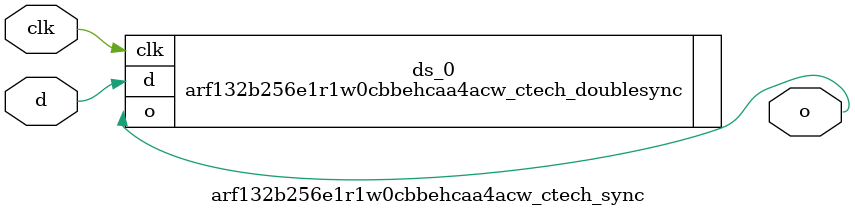
<source format=sv>

`ifndef ARF132B256E1R1W0CBBEHCAA4ACW_CTECH_SYNC_SV
`define ARF132B256E1R1W0CBBEHCAA4ACW_CTECH_SYNC_SV

module arf132b256e1r1w0cbbehcaa4acw_ctech_sync (
  input  logic  clk,
  input  logic  d,

  output logic  o
);

  arf132b256e1r1w0cbbehcaa4acw_ctech_doublesync ds_0 (.o(o), .d(d), .clk(clk));

endmodule // arf132b256e1r1w0cbbehcaa4acw_ctech_sync

`endif // ARF132B256E1R1W0CBBEHCAA4ACW_CTECH_SYNC_SV
</source>
